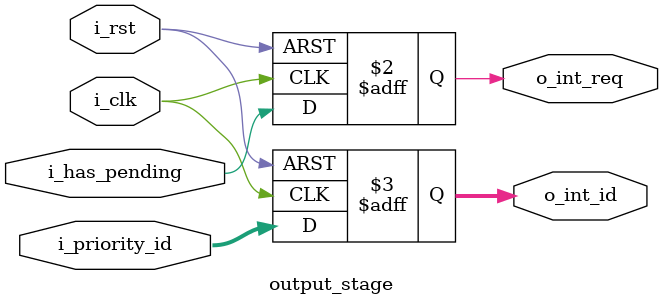
<source format=sv>
module ext_ack_ismu(
    input wire i_clk, i_rst,
    input wire [3:0] i_int,
    input wire [3:0] i_mask,
    input wire i_ext_ack,
    input wire [1:0] i_ack_id,
    output wire o_int_req,
    output wire [1:0] o_int_id
);
    // 内部信号连接
    wire [3:0] masked_int_stage1;
    wire [3:0] pending_stage1, pending_stage2, pending_stage3;
    wire i_ext_ack_stage1, i_ext_ack_stage2;
    wire [1:0] i_ack_id_stage1, i_ack_id_stage2;
    wire has_pending_stage1, has_pending_stage2;
    wire [1:0] priority_id_stage1;

    // 实例化输入处理模块
    input_stage input_proc (
        .i_clk(i_clk),
        .i_rst(i_rst),
        .i_int(i_int),
        .i_mask(i_mask),
        .i_ext_ack(i_ext_ack),
        .i_ack_id(i_ack_id),
        .o_masked_int(masked_int_stage1),
        .o_ext_ack(i_ext_ack_stage1),
        .o_ack_id(i_ack_id_stage1)
    );

    // 实例化中断挂起状态处理模块
    pending_stage pending_proc (
        .i_clk(i_clk),
        .i_rst(i_rst),
        .i_masked_int(masked_int_stage1),
        .i_ext_ack(i_ext_ack_stage1),
        .i_ack_id(i_ack_id_stage1),
        .o_pending(pending_stage1),
        .o_ext_ack(i_ext_ack_stage2),
        .o_ack_id(i_ack_id_stage2)
    );

    // 实例化挂起状态预处理模块
    pending_prep pending_prepare (
        .i_clk(i_clk),
        .i_rst(i_rst),
        .i_pending(pending_stage1),
        .o_pending(pending_stage2),
        .o_has_pending(has_pending_stage1)
    );

    // 实例化优先级编码器第一阶段
    priority_encode_stage1 pri_encode1 (
        .i_clk(i_clk),
        .i_rst(i_rst),
        .i_pending(pending_stage2),
        .i_has_pending(has_pending_stage1),
        .o_pending(pending_stage3),
        .o_has_pending(has_pending_stage2),
        .o_priority_id(priority_id_stage1)
    );

    // 实例化输出阶段模块
    output_stage output_proc (
        .i_clk(i_clk),
        .i_rst(i_rst),
        .i_has_pending(has_pending_stage2),
        .i_priority_id(priority_id_stage1),
        .o_int_req(o_int_req),
        .o_int_id(o_int_id)
    );
endmodule

// 输入处理模块
module input_stage (
    input wire i_clk, i_rst,
    input wire [3:0] i_int,
    input wire [3:0] i_mask,
    input wire i_ext_ack,
    input wire [1:0] i_ack_id,
    output reg [3:0] o_masked_int,
    output reg o_ext_ack,
    output reg [1:0] o_ack_id
);
    // 第一级流水线 - 计算masked_int并注册
    always @(posedge i_clk or posedge i_rst) begin
        if (i_rst) begin
            o_masked_int <= 4'h0;
            o_ext_ack <= 1'b0;
            o_ack_id <= 2'b00;
        end else begin
            o_masked_int <= i_int & ~i_mask;
            o_ext_ack <= i_ext_ack;
            o_ack_id <= i_ack_id;
        end
    end
endmodule

// 中断挂起状态处理模块
module pending_stage (
    input wire i_clk, i_rst,
    input wire [3:0] i_masked_int,
    input wire i_ext_ack,
    input wire [1:0] i_ack_id,
    output reg [3:0] o_pending,
    output reg o_ext_ack,
    output reg [1:0] o_ack_id
);
    // 第二级流水线 - 更新pending状态
    always @(posedge i_clk or posedge i_rst) begin
        if (i_rst) begin
            o_pending <= 4'h0;
            o_ext_ack <= 1'b0;
            o_ack_id <= 2'b00;
        end else begin
            o_pending <= o_pending | i_masked_int;
            
            if (i_ext_ack)
                o_pending[i_ack_id] <= 1'b0;
                
            o_ext_ack <= i_ext_ack;
            o_ack_id <= i_ack_id;
        end
    end
endmodule

// 挂起状态预处理模块
module pending_prep (
    input wire i_clk, i_rst,
    input wire [3:0] i_pending,
    output reg [3:0] o_pending,
    output reg o_has_pending
);
    // 第三级流水线 - 准备优先级编码器的输入
    always @(posedge i_clk or posedge i_rst) begin
        if (i_rst) begin
            o_pending <= 4'h0;
            o_has_pending <= 1'b0;
        end else begin
            o_pending <= i_pending;
            o_has_pending <= |i_pending;
        end
    end
endmodule

// 优先级编码器第一阶段
module priority_encode_stage1 (
    input wire i_clk, i_rst,
    input wire [3:0] i_pending,
    input wire i_has_pending,
    output reg [3:0] o_pending,
    output reg o_has_pending,
    output reg [1:0] o_priority_id
);
    // 第四级流水线 - 第一阶段优先级编码
    always @(posedge i_clk or posedge i_rst) begin
        if (i_rst) begin
            o_pending <= 4'h0;
            o_has_pending <= 1'b0;
            o_priority_id <= 2'b00;
        end else begin
            o_pending <= i_pending;
            o_has_pending <= i_has_pending;
            
            // 优先级编码逻辑
            if (i_pending[0] || i_pending[1]) begin
                o_priority_id <= i_pending[0] ? 2'd0 : 2'd1;
            end else begin
                o_priority_id <= i_pending[2] ? 2'd2 : 2'd3;
            end
        end
    end
endmodule

// 输出阶段模块
module output_stage (
    input wire i_clk, i_rst,
    input wire i_has_pending,
    input wire [1:0] i_priority_id,
    output reg o_int_req,
    output reg [1:0] o_int_id
);
    // 第五级流水线 - 完成优先级编码并输出
    always @(posedge i_clk or posedge i_rst) begin
        if (i_rst) begin
            o_int_req <= 1'b0;
            o_int_id <= 2'h0;
        end else begin
            o_int_req <= i_has_pending;
            o_int_id <= i_priority_id;
        end
    end
endmodule
</source>
